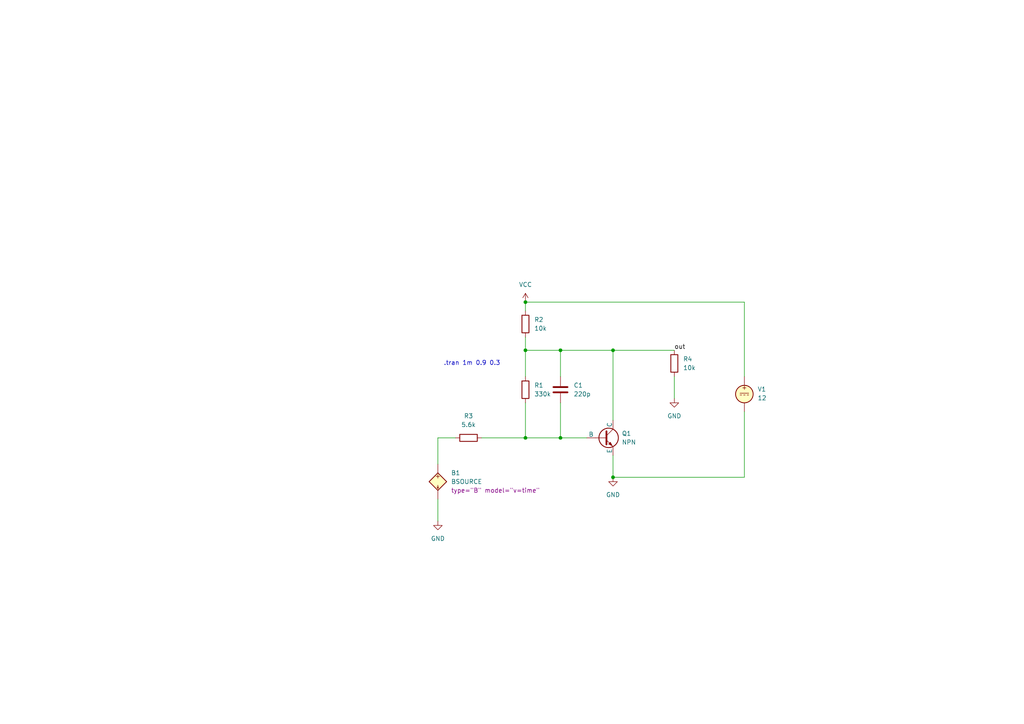
<source format=kicad_sch>
(kicad_sch (version 20250114) (generator "eeschema") (generator_version "9.0")
  (paper "A4")
  (lib_symbols
    (symbol "Device:C" (pin_numbers (hide yes)) (pin_names (offset 0.254))
      (property "Reference" "C" (at 0.635 2.54 0))
      (property "Value" "C" (at 0.635 -2.54 0))
      (symbol "C_0_1"
        (polyline (pts (xy -2.032 0.762) (xy 2.032 0.762)) (stroke (width 0.508)))
        (polyline (pts (xy -2.032 -0.762) (xy 2.032 -0.762)) (stroke (width 0.508)))
      )
      (symbol "C_1_1"
        (pin passive line (at 0 3.81 270) (length 2.794) (name "~") (number "1"))
        (pin passive line (at 0 -3.81 90) (length 2.794) (name "~") (number "2"))
      )
    )
    (symbol "Device:R" (pin_numbers (hide yes)) (pin_names (offset 0))
      (property "Reference" "R" (at 2.032 0 90))
      (property "Value" "R" (at 0 0 90))
      (symbol "R_0_1"
        (rectangle (start -1.016 -2.54) (end 1.016 2.54) (stroke (width 0.254)))
      )
      (symbol "R_1_1"
        (pin passive line (at 0 3.81 270) (length 1.27) (name "~") (number "1"))
        (pin passive line (at 0 -3.81 90) (length 1.27) (name "~") (number "2"))
      )
    )
    (symbol "Simulation_SPICE:BSOURCE" (pin_numbers (hide yes)) (pin_names (offset 1.016) (hide yes))
      (property "Reference" "B" (at 2.54 2.54 0))
      (property "Value" "BSOURCE" (at 2.54 0 0))
      (property "Sim.Params" "type=\"B\" model=\"v=1\"" (at 2.54 -2.54 0))
      (symbol "BSOURCE_0_1"
        (polyline (pts (xy 0 2.54) (xy -2.54 0) (xy 0 -2.54) (xy 2.54 0) (xy 0 2.54)) (stroke (width 0.254)) (fill (type background)))
        (polyline (pts (xy 0 -1.016) (xy 0 -2.032)))
        (polyline (pts (xy 0.254 -1.524) (xy 0 -2.032) (xy -0.254 -1.524)))
      )
      (symbol "BSOURCE_1_1"
        (polyline (pts (xy -0.508 1.524) (xy 0.508 1.524)))
        (polyline (pts (xy 0 1.016) (xy 0 2.032)))
        (pin passive line (at 0 5.08 270) (length 2.54) (name "N+") (number "1"))
        (pin passive line (at 0 -5.08 90) (length 2.54) (name "N-") (number "2"))
      )
    )
    (symbol "Simulation_SPICE:NPN" (pin_numbers (hide yes)) (pin_names (offset 0))
      (property "Reference" "Q" (at -2.54 7.62 0))
      (property "Value" "NPN" (at -2.54 5.08 0))
      (symbol "NPN_0_1"
        (polyline (pts (xy -2.54 0) (xy 0.635 0)) (stroke (width 0.1524)))
        (polyline (pts (xy 0.635 1.905) (xy 0.635 -1.905) (xy 0.635 -1.905)) (stroke (width 0.508)))
        (polyline (pts (xy 0.635 0.635) (xy 2.54 2.54)))
        (polyline (pts (xy 0.635 -0.635) (xy 2.54 -2.54) (xy 2.54 -2.54)))
        (circle (center 1.27 0) (radius 2.8194) (stroke (width 0.254)))
        (polyline (pts (xy 1.27 -1.778) (xy 1.778 -1.27) (xy 2.286 -2.286) (xy 1.27 -1.778) (xy 1.27 -1.778)) (fill (type outline)))
        (polyline (pts (xy 2.794 -1.27) (xy 2.794 -1.27)) (stroke (width 0.1524)))
        (polyline (pts (xy 2.794 -1.27) (xy 2.794 -1.27)) (stroke (width 0.1524)))
      )
      (symbol "NPN_1_1"
        (pin input line (at -5.08 0 0) (length 2.54) (name "B") (number "2"))
        (pin open_collector line (at 2.54 5.08 270) (length 2.54) (name "C") (number "1"))
        (pin open_emitter line (at 2.54 -5.08 90) (length 2.54) (name "E") (number "3"))
      )
    )
    (symbol "Simulation_SPICE:VDC" (pin_numbers (hide yes)) (pin_names (offset 0.0254))
      (property "Reference" "V" (at 2.54 2.54 0))
      (property "Value" "1" (at 2.54 0 0))
      (symbol "VDC_0_0"
        (polyline (pts (xy -1.27 0.254) (xy 1.27 0.254)))
        (polyline (pts (xy -0.762 -0.254) (xy -1.27 -0.254)))
        (polyline (pts (xy 0.254 -0.254) (xy -0.254 -0.254)))
        (polyline (pts (xy 1.27 -0.254) (xy 0.762 -0.254)))
        (text "+" (at 0 1.905 0) (effects (font (size 1.27 1.27))))
      )
      (symbol "VDC_0_1"
        (circle (center 0 0) (radius 2.54) (stroke (width 0.254)) (fill (type background)))
      )
      (symbol "VDC_1_1"
        (pin passive line (at 0 5.08 270) (length 2.54) (name "~") (number "1"))
        (pin passive line (at 0 -5.08 90) (length 2.54) (name "~") (number "2"))
      )
    )
    (symbol "power:GND" (power) (pin_numbers (hide yes)) (pin_names (offset 0) (hide yes))
      (property "Value" "GND" (at 0 -3.81 0))
      (symbol "GND_0_1"
        (polyline (pts (xy 0 0) (xy 0 -1.27) (xy 1.27 -1.27) (xy 0 -2.54) (xy -1.27 -1.27) (xy 0 -1.27)))
      )
      (symbol "GND_1_1"
        (pin power_in line (at 0 0 270) (length 0) (name "~") (number "1"))
      )
    )
    (symbol "power:VCC" (power) (pin_numbers (hide yes)) (pin_names (offset 0) (hide yes))
      (property "Value" "VCC" (at 0 3.556 0))
      (symbol "VCC_0_1"
        (polyline (pts (xy -0.762 1.27) (xy 0 2.54)))
        (polyline (pts (xy 0 2.54) (xy 0.762 1.27)))
        (polyline (pts (xy 0 0) (xy 0 2.54)))
      )
      (symbol "VCC_1_1"
        (pin power_in line (at 0 0 90) (length 0) (name "~") (number "1"))
      )
    )
  )
  (text ".tran 1m 0.9 0.3" (at 136.906 105.41 0) (effects (font (size 1.27 1.27))))
  (junction (at 162.56 127))
  (junction (at 162.56 101.6))
  (junction (at 177.8 101.6))
  (junction (at 177.8 138.43))
  (junction (at 152.4 127))
  (junction (at 152.4 87.63))
  (junction (at 152.4 101.6))
  (wire (pts (xy 195.58 115.57) (xy 195.58 109.22)))
  (wire (pts (xy 127 134.62) (xy 127 127)))
  (wire (pts (xy 162.56 127) (xy 170.18 127)))
  (wire (pts (xy 127 127) (xy 132.08 127)))
  (wire (pts (xy 162.56 116.84) (xy 162.56 127)))
  (wire (pts (xy 177.8 138.43) (xy 215.9 138.43)))
  (wire (pts (xy 215.9 87.63) (xy 152.4 87.63)))
  (wire (pts (xy 215.9 138.43) (xy 215.9 119.38)))
  (wire (pts (xy 215.9 109.22) (xy 215.9 87.63)))
  (wire (pts (xy 177.8 101.6) (xy 195.58 101.6)))
  (wire (pts (xy 152.4 97.79) (xy 152.4 101.6)))
  (wire (pts (xy 177.8 121.92) (xy 177.8 101.6)))
  (wire (pts (xy 152.4 87.63) (xy 152.4 90.17)))
  (wire (pts (xy 152.4 109.22) (xy 152.4 101.6)))
  (wire (pts (xy 152.4 101.6) (xy 162.56 101.6)))
  (wire (pts (xy 152.4 116.84) (xy 152.4 127)))
  (wire (pts (xy 152.4 127) (xy 162.56 127)))
  (wire (pts (xy 139.7 127) (xy 152.4 127)))
  (wire (pts (xy 127 144.78) (xy 127 151.13)))
  (wire (pts (xy 177.8 101.6) (xy 162.56 101.6)))
  (wire (pts (xy 177.8 138.43) (xy 177.8 132.08)))
  (wire (pts (xy 162.56 101.6) (xy 162.56 109.22)))
  (label "out" (at 195.58 101.6 0))
  (symbol (lib_id "Device:C") (at 162.56 113.03 0) (unit 1)
    (property "Reference" "C1" (at 166.37 111.7599 0) (effects (justify left)))
    (property "Value" "220p" (at 166.37 114.2999 0) (effects (justify left)))
    (property "Description" "Unpolarized capacitor" (effects (hide yes)))
  )
  (symbol (lib_id "Simulation_SPICE:NPN") (at 175.26 127 0) (unit 1)
    (property "Reference" "Q1" (at 180.34 125.7299 0) (effects (justify left)))
    (property "Value" "NPN" (at 180.34 128.2699 0) (effects (justify left)))
    (property "Datasheet" "https://ngspice.sourceforge.io/docs/ngspice-html-manual/manual.xhtml#cha_BJTs" (effects (hide yes)))
    (property "Description" "Bipolar transistor symbol for simulation only, substrate tied to the emitter" (effects (hide yes)))
    (property "Sim.Device" "NPN" (effects (hide yes)))
    (property "Sim.Type" "GUMMELPOON" (effects (hide yes)))
    (property "Sim.Pins" "1=C 2=B 3=E" (effects (hide yes)))
    (property "Sim.Library" "bjt.cir" (effects (hide yes)))
    (property "Sim.Name" "2N2222" (effects (hide yes)))
  )
  (symbol (lib_id "Device:R") (at 152.4 113.03 0) (unit 1)
    (property "Reference" "R1" (at 154.94 111.7599 0) (effects (justify left)))
    (property "Value" "330k" (at 154.94 114.2999 0) (effects (justify left)))
    (property "Description" "Resistor" (effects (hide yes)))
  )
  (symbol (lib_id "power:VCC") (at 152.4 87.63 0) (unit 1)
    (property "Reference" "#PWR01" (effects (hide yes)))
    (property "Value" "VCC" (at 152.4 82.55 0))
    (property "Description" "Power symbol creates a global label with name \"VCC\"" (effects (hide yes)))
  )
  (symbol (lib_id "Device:R") (at 152.4 93.98 0) (unit 1)
    (property "Reference" "R2" (at 154.94 92.7099 0) (effects (justify left)))
    (property "Value" "10k" (at 154.94 95.2499 0) (effects (justify left)))
    (property "Description" "Resistor" (effects (hide yes)))
  )
  (symbol (lib_id "Simulation_SPICE:BSOURCE") (at 127 139.7 0) (unit 1)
    (property "Reference" "B1" (at 130.81 137.1599 0) (effects (justify left)))
    (property "Value" "BSOURCE" (at 130.81 139.6999 0) (effects (justify left)))
    (property "Datasheet" "https://ngspice.sourceforge.io/docs/ngspice-html-manual/manual.xhtml#sec_Non_linear_Dependent_Sources" (effects (hide yes)))
    (property "Description" "Arbitrary behavioral voltage or current source for simulation only" (effects (hide yes)))
    (property "Sim.Device" "SPICE" (effects (hide yes)))
    (property "Sim.Params" "type=\"B\" model=\"v=time\"" (at 130.81 142.2399 0) (effects (justify left)))
  )
  (symbol (lib_id "power:GND") (at 127 151.13 0) (unit 1)
    (property "Reference" "#PWR03" (effects (hide yes)))
    (property "Value" "GND" (at 127 156.21 0))
    (property "Description" "Power symbol creates a global label with name \"GND\" , ground" (effects (hide yes)))
  )
  (symbol (lib_id "Device:R") (at 195.58 105.41 0) (unit 1)
    (property "Reference" "R4" (at 198.12 104.1399 0) (effects (justify left)))
    (property "Value" "10k" (at 198.12 106.6799 0) (effects (justify left)))
    (property "Description" "Resistor" (effects (hide yes)))
  )
  (symbol (lib_id "Simulation_SPICE:VDC") (at 215.9 114.3 0) (unit 1)
    (property "Reference" "V1" (at 219.71 112.9001 0) (effects (justify left)))
    (property "Value" "12" (at 219.71 115.4401 0) (effects (justify left)))
    (property "Datasheet" "https://ngspice.sourceforge.io/docs/ngspice-html-manual/manual.xhtml#sec_Independent_Sources_for" (effects (hide yes)))
    (property "Description" "Voltage source, DC" (effects (hide yes)))
    (property "Sim.Pins" "1=+ 2=-" (effects (hide yes)))
    (property "Sim.Type" "DC" (effects (hide yes)))
    (property "Sim.Device" "V" (effects (hide yes)))
  )
  (symbol (lib_id "power:GND") (at 177.8 138.43 0) (unit 1)
    (property "Reference" "#PWR02" (effects (hide yes)))
    (property "Value" "GND" (at 177.8 143.51 0))
    (property "Description" "Power symbol creates a global label with name \"GND\" , ground" (effects (hide yes)))
  )
  (symbol (lib_id "Device:R") (at 135.89 127 90) (unit 1)
    (property "Reference" "R3" (at 135.89 120.65 90))
    (property "Value" "5.6k" (at 135.89 123.19 90))
    (property "Description" "Resistor" (effects (hide yes)))
  )
  (symbol (lib_id "power:GND") (at 195.58 115.57 0) (unit 1)
    (property "Reference" "#PWR04" (effects (hide yes)))
    (property "Value" "GND" (at 195.58 120.65 0))
    (property "Description" "Power symbol creates a global label with name \"GND\" , ground" (effects (hide yes)))
  )
)
</source>
